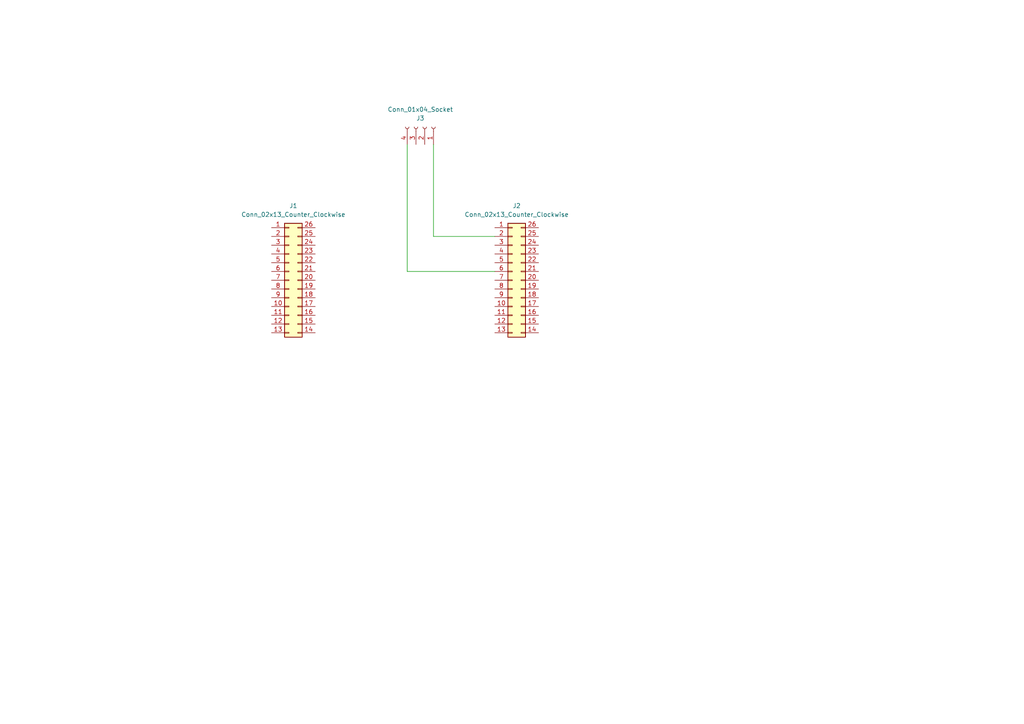
<source format=kicad_sch>
(kicad_sch (version 20250114) (generator "eeschema") (generator_version "9.0")
  (paper "A4")
  (lib_symbols
    (symbol "Connector:Conn_01x04_Socket" (pin_names (offset 1.016) (hide yes))
      (property "Reference" "J" (at 0 5.08 0))
      (property "Value" "Conn_01x04_Socket" (at 0 -7.62 0))
      (symbol "Conn_01x04_Socket_1_1"
        (polyline (pts (xy -1.27 2.54) (xy -0.508 2.54)) (stroke (width 0.1524)))
        (polyline (pts (xy -1.27 0) (xy -0.508 0)) (stroke (width 0.1524)))
        (polyline (pts (xy -1.27 -2.54) (xy -0.508 -2.54)) (stroke (width 0.1524)))
        (polyline (pts (xy -1.27 -5.08) (xy -0.508 -5.08)) (stroke (width 0.1524)))
        (arc (start 0 2.032) (mid -0.5058 2.54) (end 0 3.048) (stroke (width 0.1524)))
        (arc (start 0 -0.508) (mid -0.5058 0) (end 0 0.508) (stroke (width 0.1524)))
        (arc (start 0 -3.048) (mid -0.5058 -2.54) (end 0 -2.032) (stroke (width 0.1524)))
        (arc (start 0 -5.588) (mid -0.5058 -5.08) (end 0 -4.572) (stroke (width 0.1524)))
        (pin passive line (at -5.08 2.54 0) (length 3.81) (name "Pin_1") (number "1"))
        (pin passive line (at -5.08 0 0) (length 3.81) (name "Pin_2") (number "2"))
        (pin passive line (at -5.08 -2.54 0) (length 3.81) (name "Pin_3") (number "3"))
        (pin passive line (at -5.08 -5.08 0) (length 3.81) (name "Pin_4") (number "4"))
      )
    )
    (symbol "Connector_Generic:Conn_02x13_Counter_Clockwise" (pin_names (offset 1.016) (hide yes))
      (property "Reference" "J" (at 1.27 17.78 0))
      (property "Value" "Conn_02x13_Counter_Clockwise" (at 1.27 -17.78 0))
      (symbol "Conn_02x13_Counter_Clockwise_1_1"
        (rectangle (start -1.27 16.51) (end 3.81 -16.51) (stroke (width 0.254)) (fill (type background)))
        (rectangle (start -1.27 15.367) (end 0 15.113) (stroke (width 0.1524)))
        (rectangle (start -1.27 12.827) (end 0 12.573) (stroke (width 0.1524)))
        (rectangle (start -1.27 10.287) (end 0 10.033) (stroke (width 0.1524)))
        (rectangle (start -1.27 7.747) (end 0 7.493) (stroke (width 0.1524)))
        (rectangle (start -1.27 5.207) (end 0 4.953) (stroke (width 0.1524)))
        (rectangle (start -1.27 2.667) (end 0 2.413) (stroke (width 0.1524)))
        (rectangle (start -1.27 0.127) (end 0 -0.127) (stroke (width 0.1524)))
        (rectangle (start -1.27 -2.413) (end 0 -2.667) (stroke (width 0.1524)))
        (rectangle (start -1.27 -4.953) (end 0 -5.207) (stroke (width 0.1524)))
        (rectangle (start -1.27 -7.493) (end 0 -7.747) (stroke (width 0.1524)))
        (rectangle (start -1.27 -10.033) (end 0 -10.287) (stroke (width 0.1524)))
        (rectangle (start -1.27 -12.573) (end 0 -12.827) (stroke (width 0.1524)))
        (rectangle (start -1.27 -15.113) (end 0 -15.367) (stroke (width 0.1524)))
        (rectangle (start 3.81 15.367) (end 2.54 15.113) (stroke (width 0.1524)))
        (rectangle (start 3.81 12.827) (end 2.54 12.573) (stroke (width 0.1524)))
        (rectangle (start 3.81 10.287) (end 2.54 10.033) (stroke (width 0.1524)))
        (rectangle (start 3.81 7.747) (end 2.54 7.493) (stroke (width 0.1524)))
        (rectangle (start 3.81 5.207) (end 2.54 4.953) (stroke (width 0.1524)))
        (rectangle (start 3.81 2.667) (end 2.54 2.413) (stroke (width 0.1524)))
        (rectangle (start 3.81 0.127) (end 2.54 -0.127) (stroke (width 0.1524)))
        (rectangle (start 3.81 -2.413) (end 2.54 -2.667) (stroke (width 0.1524)))
        (rectangle (start 3.81 -4.953) (end 2.54 -5.207) (stroke (width 0.1524)))
        (rectangle (start 3.81 -7.493) (end 2.54 -7.747) (stroke (width 0.1524)))
        (rectangle (start 3.81 -10.033) (end 2.54 -10.287) (stroke (width 0.1524)))
        (rectangle (start 3.81 -12.573) (end 2.54 -12.827) (stroke (width 0.1524)))
        (rectangle (start 3.81 -15.113) (end 2.54 -15.367) (stroke (width 0.1524)))
        (pin passive line (at -5.08 15.24 0) (length 3.81) (name "Pin_1") (number "1"))
        (pin passive line (at -5.08 12.7 0) (length 3.81) (name "Pin_2") (number "2"))
        (pin passive line (at -5.08 10.16 0) (length 3.81) (name "Pin_3") (number "3"))
        (pin passive line (at -5.08 7.62 0) (length 3.81) (name "Pin_4") (number "4"))
        (pin passive line (at -5.08 5.08 0) (length 3.81) (name "Pin_5") (number "5"))
        (pin passive line (at -5.08 2.54 0) (length 3.81) (name "Pin_6") (number "6"))
        (pin passive line (at -5.08 0 0) (length 3.81) (name "Pin_7") (number "7"))
        (pin passive line (at -5.08 -2.54 0) (length 3.81) (name "Pin_8") (number "8"))
        (pin passive line (at -5.08 -5.08 0) (length 3.81) (name "Pin_9") (number "9"))
        (pin passive line (at -5.08 -7.62 0) (length 3.81) (name "Pin_10") (number "10"))
        (pin passive line (at -5.08 -10.16 0) (length 3.81) (name "Pin_11") (number "11"))
        (pin passive line (at -5.08 -12.7 0) (length 3.81) (name "Pin_12") (number "12"))
        (pin passive line (at -5.08 -15.24 0) (length 3.81) (name "Pin_13") (number "13"))
        (pin passive line (at 7.62 15.24 180) (length 3.81) (name "Pin_26") (number "26"))
        (pin passive line (at 7.62 12.7 180) (length 3.81) (name "Pin_25") (number "25"))
        (pin passive line (at 7.62 10.16 180) (length 3.81) (name "Pin_24") (number "24"))
        (pin passive line (at 7.62 7.62 180) (length 3.81) (name "Pin_23") (number "23"))
        (pin passive line (at 7.62 5.08 180) (length 3.81) (name "Pin_22") (number "22"))
        (pin passive line (at 7.62 2.54 180) (length 3.81) (name "Pin_21") (number "21"))
        (pin passive line (at 7.62 0 180) (length 3.81) (name "Pin_20") (number "20"))
        (pin passive line (at 7.62 -2.54 180) (length 3.81) (name "Pin_19") (number "19"))
        (pin passive line (at 7.62 -5.08 180) (length 3.81) (name "Pin_18") (number "18"))
        (pin passive line (at 7.62 -7.62 180) (length 3.81) (name "Pin_17") (number "17"))
        (pin passive line (at 7.62 -10.16 180) (length 3.81) (name "Pin_16") (number "16"))
        (pin passive line (at 7.62 -12.7 180) (length 3.81) (name "Pin_15") (number "15"))
        (pin passive line (at 7.62 -15.24 180) (length 3.81) (name "Pin_14") (number "14"))
      )
    )
  )
  (wire (pts (xy 125.73 68.58) (xy 143.51 68.58)))
  (wire (pts (xy 125.73 41.91) (xy 125.73 68.58)))
  (wire (pts (xy 118.11 41.91) (xy 118.11 78.74)))
  (wire (pts (xy 118.11 78.74) (xy 143.51 78.74)))
  (symbol (lib_id "Connector_Generic:Conn_02x13_Counter_Clockwise") (at 83.82 81.28 0) (unit 1)
    (property "Reference" "J1" (at 85.09 59.69 0))
    (property "Value" "Conn_02x13_Counter_Clockwise" (at 85.09 62.23 0))
    (property "Footprint" "Connector_PinSocket_2.54mm:PinSocket_2x13_P2.54mm_Vertical" (effects (hide yes)))
    (property "Description" "Generic connector, double row, 02x13, counter clockwise pin numbering scheme (similar to DIP package numbering), script generated (kicad-library-utils/schlib/autogen/connector/)" (effects (hide yes)))
  )
  (symbol (lib_id "Connector:Conn_01x04_Socket") (at 123.19 36.83 270) (mirror x) (unit 1)
    (property "Reference" "J3" (at 121.92 34.29 90))
    (property "Value" "Conn_01x04_Socket" (at 121.92 31.75 90))
    (property "Footprint" "Connector_PinSocket_2.54mm:PinSocket_1x04_P2.54mm_Vertical" (effects (hide yes)))
    (property "Description" "Generic connector, single row, 01x04, script generated" (effects (hide yes)))
  )
  (symbol (lib_id "Connector_Generic:Conn_02x13_Counter_Clockwise") (at 148.59 81.28 0) (unit 1)
    (property "Reference" "J2" (at 149.86 59.69 0))
    (property "Value" "Conn_02x13_Counter_Clockwise" (at 149.86 62.23 0))
    (property "Footprint" "Connector_PinSocket_2.54mm:PinSocket_2x13_P2.54mm_Vertical" (effects (hide yes)))
    (property "Description" "Generic connector, double row, 02x13, counter clockwise pin numbering scheme (similar to DIP package numbering), script generated (kicad-library-utils/schlib/autogen/connector/)" (effects (hide yes)))
  )
)
</source>
